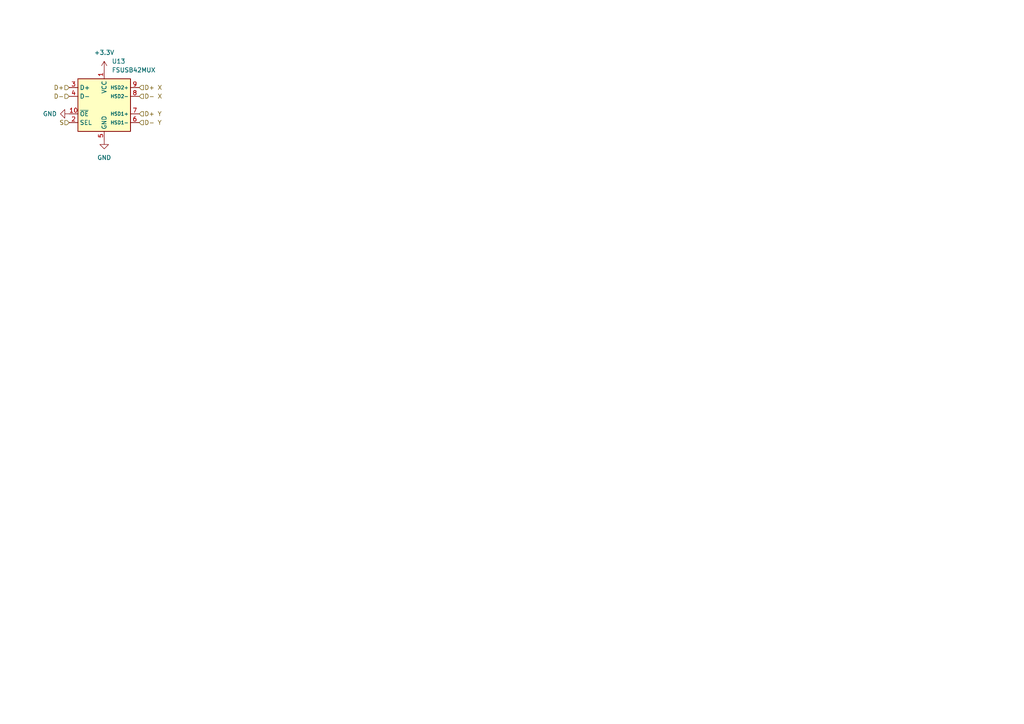
<source format=kicad_sch>
(kicad_sch (version 20230121) (generator eeschema)
  (paper "A4")
  (lib_symbols
    (symbol "Interface_USB:FSUSB42MUX"
      (property "Reference" "U" (at -6.35 8.89 0))
      (property "Value" "FSUSB42MUX" (at 7.62 8.89 0))
      (symbol "FSUSB42MUX_0_1"
        (rectangle (start 7.62 7.62) (end -7.62 -7.62) (stroke (width 0.254)) (fill (type background)))
      )
      (symbol "FSUSB42MUX_1_1"
        (pin power_in line (at 0 10.16 270) (length 2.54) (name "VCC") (number "1"))
        (pin input line (at -10.16 -2.54 0) (length 2.54) (name "~{OE}") (number "10"))
        (pin input line (at -10.16 -5.08 0) (length 2.54) (name "SEL") (number "2"))
        (pin bidirectional line (at -10.16 5.08 0) (length 2.54) (name "D+") (number "3"))
        (pin bidirectional line (at -10.16 2.54 0) (length 2.54) (name "D-") (number "4"))
        (pin power_in line (at 0 -10.16 90) (length 2.54) (name "GND") (number "5"))
        (pin bidirectional line (at 10.16 -5.08 180) (length 2.54) (name "HSD1-") (number "6"))
        (pin bidirectional line (at 10.16 -2.54 180) (length 2.54) (name "HSD1+") (number "7"))
        (pin bidirectional line (at 10.16 2.54 180) (length 2.54) (name "HSD2-") (number "8"))
        (pin bidirectional line (at 10.16 5.08 180) (length 2.54) (name "HSD2+") (number "9"))
      )
    )
    (symbol "power:+3.3V" (power) (pin_names (offset 0))
      (property "Value" "+3.3V" (at 0 3.556 0))
      (symbol "+3.3V_0_1"
        (polyline (pts (xy -0.762 1.27) (xy 0 2.54)))
        (polyline (pts (xy 0 0) (xy 0 2.54)))
        (polyline (pts (xy 0 2.54) (xy 0.762 1.27)))
      )
      (symbol "+3.3V_1_1"
        (pin power_in line (at 0 0 90) (length 0) hide (name "+3.3V") (number "1"))
      )
    )
    (symbol "power:GND" (power) (pin_names (offset 0))
      (property "Value" "GND" (at 0 -3.81 0))
      (symbol "GND_0_1"
        (polyline (pts (xy 0 0) (xy 0 -1.27) (xy 1.27 -1.27) (xy 0 -2.54) (xy -1.27 -1.27) (xy 0 -1.27)))
      )
      (symbol "GND_1_1"
        (pin power_in line (at 0 0 270) (length 0) hide (name "GND") (number "1"))
      )
    )
  )
  (hierarchical_label "D+ Y" (shape input) (at 40.386 33.02 0))
  (hierarchical_label "D- Y" (shape input) (at 40.386 35.56 0))
  (hierarchical_label "D-" (shape input) (at 20.066 27.94 180))
  (hierarchical_label "D- X" (shape input) (at 40.386 27.94 0))
  (hierarchical_label "D+ X" (shape input) (at 40.386 25.4 0))
  (hierarchical_label "S" (shape input) (at 20.066 35.56 180))
  (hierarchical_label "D+" (shape input) (at 20.066 25.4 180))
  (symbol (lib_id "power:GND") (at 30.226 40.64 0) (unit 1)
    (property "Reference" "#PWR037" (effects hide))
    (property "Value" "GND" (at 30.226 45.72 0))
  )
  (symbol (lib_id "power:GND") (at 20.066 33.02 270) (unit 1)
    (property "Reference" "#PWR09" (effects hide))
    (property "Value" "GND" (at 16.51 33.02 90) (effects (justify right)))
  )
  (symbol (lib_id "Interface_USB:FSUSB42MUX") (at 30.226 30.48 0) (unit 1)
    (property "Reference" "U13" (at 32.4201 17.78 0) (effects (justify left)))
    (property "Value" "FSUSB42MUX" (at 32.4201 20.32 0) (effects (justify left)))
    (property "Footprint" "Package_SO:MSOP-10_3x3mm_P0.5mm" (effects hide))
    (property "Datasheet" "https://www.onsemi.com/pub/Collateral/FSUSB42-D.PDF" (effects hide))
  )
  (symbol (lib_id "power:+3.3V") (at 30.226 20.32 0) (unit 1)
    (property "Reference" "#PWR048" (effects hide))
    (property "Value" "+3.3V" (at 30.226 15.24 0))
  )
)
</source>
